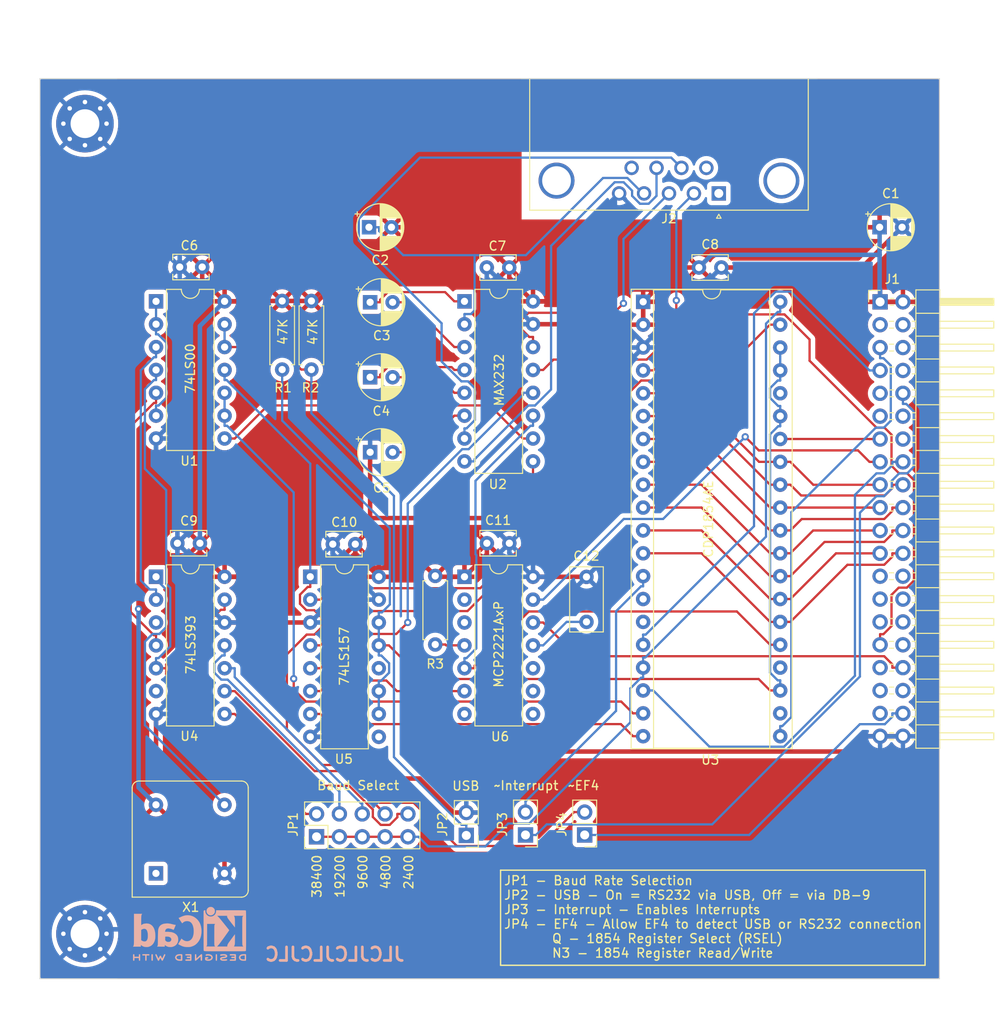
<source format=kicad_pcb>
(kicad_pcb (version 20221018) (generator pcbnew)
  (layers (0 "F.Cu" signal) (31 "B.Cu" signal) (34 "B.Paste" user) (35 "F.Paste" user) (36 "B.SilkS" user "B.Silkscreen") (37 "F.SilkS" user "F.Silkscreen") (38 "B.Mask" user) (39 "F.Mask" user) (44 "Edge.Cuts" user))
  (net 0 "")
  (net 1 "Net-(U2-C1+)")
  (net 2 "GND")
  (net 3 "VCC")
  (net 4 "~{EF4}")
  (net 5 "Net-(U2-C1-)")
  (net 6 "Net-(U2-C2+)")
  (net 7 "Net-(U2-C2-)")
  (net 8 "Net-(U2-VS-)")
  (net 9 "Net-(U6-VUSB)")
  (net 11 "D0")
  (net 12 "D1")
  (net 13 "D2")
  (net 14 "D3")
  (net 15 "D4")
  (net 16 "D5")
  (net 17 "D6")
  (net 18 "D7")
  (net 19 "TPB")
  (net 21 "~{MRD}")
  (net 24 "~{INTERRUPT}")
  (net 27 "Q")
  (net 29 "~{CLEAR}")
  (net 33 "~{N3}")
  (net 37 "/19200")
  (net 38 "Net-(U1-Pad1)")
  (net 48 "Net-(JP1-Pin_2)")
  (net 49 "Net-(JP1-Pin_4)")
  (net 50 "Net-(JP1-Pin_6)")
  (net 51 "Net-(JP1-Pin_8)")
  (net 52 "USB_D-")
  (net 53 "USB_D+")
  (net 54 "Net-(JP1-Pin_10)")
  (net 55 "Net-(U3-~{INT})")
  (net 56 "Net-(U5-S)")
  (net 57 "Net-(U6-~{RST})")
  (net 58 "/CTS")
  (net 59 "/RTS")
  (net 60 "/TX")
  (net 61 "/RX")
  (net 62 "High")
  (net 63 "Net-(U4A-MR)")
  (net 64 "Net-(U4A-Q1)")
  (net 65 "Net-(U2-T2IN)")
  (net 66 "Net-(U3-~{DA})")
  (net 67 "Net-(U2-R2OUT)")
  (net 68 "/DTR")
  (net 69 "Net-(U2-T1IN)")
  (net 70 "Net-(U2-R1OUT)")
  (net 73 "Net-(U3-SDI)")
  (net 77 "Net-(JP2-Pad1)")
  (net 78 "Net-(U3-~{CTS})")
  (net 79 "Net-(U4A-CP)")
  (net 82 "Net-(U5-I1b)")
  (footprint "Connector_PinHeader_2.54mm:PinHeader_2x20_P2.54mm_Horizontal" (layer "F.Cu") (at 193.4 74.797)
    (fp_text reference "J1")
    (fp_text value "Conn_02x20_Odd_Even")
  )
  (footprint "MountingHole:MountingHole_3.2mm_M3_Pad_Via" (layer "F.Cu") (at 105 55)
    (fp_text reference "H1" hide)
    (fp_text value "Mounting Hole" hide)
  )
  (footprint "MountingHole:MountingHole_3.2mm_M3_Pad_Via" (layer "F.Cu") (at 105 145)
    (fp_text reference "H2" hide)
    (fp_text value "Mounting Hole" hide)
  )
  (footprint "Capacitor_THT:CP_Radial_D5.0mm_P2.50mm" (layer "F.Cu") (at 193.345 66.51)
    (fp_text reference "C1")
    (fp_text value "10uF")
  )
  (footprint "Package_DIP:DIP-40_W15.24mm_Socket" (layer "F.Cu") (at 167.056 74.7904)
    (fp_text reference "U3")
    (fp_text value "CDP1854AE")
  )
  (footprint "Package_DIP:DIP-14_W7.62mm" (layer "F.Cu") (at 112.903 74.7404)
    (fp_text reference "U1")
    (fp_text value "74LS00")
  )
  (footprint "Package_DIP:DIP-14_W7.62mm" (layer "F.Cu") (at 112.903 105.34)
    (fp_text reference "U4")
    (fp_text value "74LS393")
  )
  (footprint "Capacitor_THT:CP_Radial_D5.0mm_P2.50mm" (layer "F.Cu") (at 136.703 74.8412)
    (fp_text reference "C3")
    (fp_text value "1uF")
  )
  (footprint "Capacitor_THT:CP_Radial_D5.0mm_P2.50mm" (layer "F.Cu") (at 136.703 83.1724)
    (fp_text reference "C4")
    (fp_text value "1uF")
  )
  (footprint "Capacitor_THT:CP_Radial_D5.0mm_P2.50mm" (layer "F.Cu") (at 136.703 91.5036)
    (fp_text reference "C5")
    (fp_text value "1uF")
  )
  (footprint "Package_DIP:DIP-16_W7.62mm" (layer "F.Cu") (at 147.193 74.7404)
    (fp_text reference "U2")
    (fp_text value "MAX232")
  )
  (footprint "Resistor_THT:R_Axial_DIN0207_L6.3mm_D2.5mm_P7.62mm_Horizontal" (layer "F.Cu") (at 126.924 74.6976 -90)
    (fp_text reference "R1")
    (fp_text value "47K")
  )
  (footprint "Capacitor_THT:C_Disc_D3.8mm_W2.6mm_P2.50mm" (layer "F.Cu") (at 118.034 70.9296 180)
    (fp_text reference "C6")
    (fp_text value "100nF")
  )
  (footprint "Capacitor_THT:C_Disc_D3.8mm_W2.6mm_P2.50mm" (layer "F.Cu") (at 152.172 70.9804 180)
    (fp_text reference "C7")
    (fp_text value "100nF")
  )
  (footprint "Capacitor_THT:C_Disc_D3.8mm_W2.6mm_P2.50mm" (layer "F.Cu") (at 173.254 70.9804)
    (fp_text reference "C8")
    (fp_text value "100nF")
  )
  (footprint "Capacitor_THT:C_Disc_D3.8mm_W2.6mm_P2.50mm" (layer "F.Cu") (at 117.78 101.613 180)
    (fp_text reference "C9")
    (fp_text value "100nF")
  )
  (footprint "Oscillator:Oscillator_DIP-8" (layer "F.Cu") (at 112.893 138.29)
    (fp_text reference "X1")
    (fp_text value "CXO_DIP8")
  )
  (footprint "Capacitor_THT:C_Disc_D3.8mm_W2.6mm_P2.50mm" (layer "F.Cu") (at 135.052 101.714 180)
    (fp_text reference "C10")
    (fp_text value "100nF")
  )
  (footprint "Capacitor_THT:C_Disc_D3.8mm_W2.6mm_P2.50mm" (layer "F.Cu") (at 149.682 101.613)
    (fp_text reference "C11")
    (fp_text value "100nF")
  )
  (footprint "Capacitor_THT:C_Rect_L7.0mm_W3.5mm_P5.00mm" (layer "F.Cu") (at 160.757 110.35 90)
    (fp_text reference "C12")
    (fp_text value "330nf")
  )
  (footprint "Package_DIP:DIP-16_W7.62mm" (layer "F.Cu") (at 130.048 105.34)
    (fp_text reference "U5")
    (fp_text value "74LS157")
  )
  (footprint "Connector_PinHeader_2.54mm:PinHeader_2x05_P2.54mm_Vertical" (layer "F.Cu") (at 130.748 134.226 90)
    (fp_text reference "JP1")
    (fp_text value "Baud Select")
  )
  (footprint "Connector_Dsub:DSUB-9_Male_Horizontal_P2.77x2.84mm_EdgePinOffset9.90mm_Housed_MountingHolesOffset11.32mm" (layer "F.Cu") (at 175.469 62.7508 180)
    (fp_text reference "J2")
    (fp_text value "DB9_ Male")
  )
  (footprint "Package_DIP:DIP-14_W7.62mm" (layer "F.Cu") (at 147.193 105.34)
    (fp_text reference "U6")
    (fp_text value "MCP2221AxP")
  )
  (footprint "Resistor_THT:R_Axial_DIN0207_L6.3mm_D2.5mm_P7.62mm_Horizontal" (layer "F.Cu") (at 130.175 74.6976 -90)
    (fp_text reference "R2")
    (fp_text value "47K")
  )
  (footprint "Capacitor_THT:CP_Radial_D5.0mm_P2.50mm" (layer "F.Cu") (at 136.576 66.51)
    (fp_text reference "C2")
    (fp_text value "1uF")
  )
  (footprint "Connector_PinHeader_2.54mm:PinHeader_1x02_P2.54mm_Vertical" (layer "F.Cu") (at 147.396 134.074 180)
    (fp_text reference "JP2")
    (fp_text value "USB")
  )
  (footprint "Connector_PinHeader_2.54mm:PinHeader_1x02_P2.54mm_Vertical" (layer "F.Cu") (at 153.977 134.023 180)
    (fp_text reference "JP3")
    (fp_text value "~Interrupt")
  )
  (footprint "Connector_PinHeader_2.54mm:PinHeader_1x02_P2.54mm_Vertical" (layer "F.Cu") (at 160.557 134.023 180)
    (fp_text reference "JP4")
    (fp_text value "~EF4")
  )
  (footprint "Resistor_THT:R_Axial_DIN0207_L6.3mm_D2.5mm_P7.62mm_Horizontal" (layer "F.Cu") (at 143.942 105.245 -90)
    (fp_text reference "R3")
    (fp_text value "10K")
  )
  (footprint "Symbol:KiCad-Logo2_5mm_SilkScreen" (layer "B.Cu") (at 116.637 144.996 180)
    (fp_text reference "REF**" hide)
    (fp_text value "KiCad-Logo2_5mm_SilkScreen" hide)
  )
  (gr_line (start 198.3996 148.5012) (end 198.3996 137.9348) (stroke (width 0.15)) (layer "F.SilkS"))
  (gr_line (start 198.3996 137.9348) (end 151.2064 137.9348) (stroke (width 0.15)) (layer "F.SilkS"))
  (gr_line (start 151.2064 148.5012) (end 198.3996 148.5012) (stroke (width 0.15)) (layer "F.SilkS"))
  (gr_line (start 151.2064 137.9348) (end 151.2064 148.5012) (stroke (width 0.15)) (layer "F.SilkS"))
  (gr_line (start 200 150) (end 100 150) (stroke (width 0.1)) (layer "Edge.Cuts"))
  (gr_line (start 100 150) (end 100 50) (stroke (width 0.1)) (layer "Edge.Cuts"))
  (gr_line (start 200 50) (end 200 150) (stroke (width 0.1)) (layer "Edge.Cuts"))
  (gr_line (start 100 50) (end 200 50) (stroke (width 0.1)) (layer "Edge.Cuts"))
  (gr_text "JLCJLCJLCJLC" (at 132.766 147.282) (layer "B.SilkS") (effects (font (size 1.5 1.5) (thickness 0.3)) (justify mirror)))
  (gr_text "JP1 - Baud Rate Selection\nJP2 - USB - On = RS232 via USB, Off = via DB-9\nJP3 - Interrupt - Enables Interrupts\nJP4 - EF4 - Allow EF4 to detect USB or RS232 connection\n       Q - 1854 Register Select (RSEL)\n       N3 - 1854 Register Read/Write" (at 151.5112 143.1164) (layer "F.SilkS") (effects (font (size 1 1)) (justify left)))
  (gr_text "38400" (at 130.7848 138.614191 90) (layer "F.SilkS") (effects (font (size 1 1))))
  (gr_text "19200" (at 133.3375 138.614191 90) (layer "F.SilkS") (effects (font (size 1 1))))
  (gr_text "9600" (at 135.8902 138.138 90) (layer "F.SilkS") (effects (font (size 1 1))))
  (gr_text "4800" (at 138.4429 138.138 90) (layer "F.SilkS") (effects (font (size 1 1))))
  (gr_text "2400" (at 140.9956 138.138 90) (layer "F.SilkS") (effects (font (size 1 1))))
  (segment (start 145.04 73.7143) (end 138.675 73.7143) (width 0.25) (layer "F.Cu") (net 1))
  (segment (start 137.8299 74.5594) (end 137.8299 74.8412) (width 0.25) (layer "F.Cu") (net 1))
  (segment (start 147.193 74.7404) (end 146.0661 74.7404) (width 0.25) (layer "F.Cu") (net 1))
  (segment (start 136.703 74.8412) (end 137.8299 74.8412) (width 0.25) (layer "F.Cu") (net 1))
  (segment (start 146.0661 74.7404) (end 145.04 73.7143) (width 0.25) (layer "F.Cu") (net 1))
  (segment (start 138.675 73.7143) (end 137.8299 74.5594) (width 0.25) (layer "F.Cu") (net 1))
  (segment (start 145.9941 131.534) (end 142.2155 127.7554) (width 0.5) (layer "F.Cu") (net 2))
  (segment (start 160.747 105.34) (end 160.757 105.35) (width 0.5) (layer "F.Cu") (net 2))
  (segment (start 112.903 120.58) (end 112.903 128.2204) (width 0.5) (layer "F.Cu") (net 2))
  (segment (start 163.1141 77.2804) (end 154.813 77.2804) (width 0.5) (layer "F.Cu") (net 2))
  (segment (start 130.048 110.42) (end 120.523 110.42) (width 0.5) (layer "F.Cu") (net 2))
  (segment (start 136.3584 127.7554) (end 131.723 123.12) (width 0.5) (layer "F.Cu") (net 2))
  (segment (start 190.3016 124.7535) (end 191.9981 123.057) (width 0.5) (layer "F.Cu") (net 2))
  (segment (start 193.4 123.057) (end 191.9981 123.057) (width 0.5) (layer "F.Cu") (net 2))
  (segment (start 130.048 123.12) (end 131.3999 123.12) (width 0.5) (layer "F.Cu") (net 2))
  (segment (start 191.3746 70.9804) (end 195.845 66.51) (width 0.5) (layer "F.Cu") (net 2))
  (segment (start 136.703 98.8212) (end 135.4448 98.8212) (width 0.5) (layer "F.Cu") (net 2))
  (segment (start 152.182 101.613) (end 149.3902 98.8212) (width 0.5) (layer "F.Cu") (net 2))
  (segment (start 149.3902 98.8212) (end 136.703 98.8212) (width 0.5) (layer "F.Cu") (net 2))
  (segment (start 112.903 128.2204) (end 120.513 135.8304) (width 0.5) (layer "F.Cu") (net 2))
  (segment (start 136.703 91.5036) (end 136.703 92.8555) (width 0.5) (layer "F.Cu") (net 2))
  (segment (start 135.4448 98.8212) (end 132.552 101.714) (width 0.5) (layer "F.Cu") (net 2))
  (segment (start 195.94 123.057) (end 193.4 123.057) (width 0.5) (layer "F.Cu") (net 2))
  (segment (start 147.396 131.534) (end 145.9941 131.534) (width 0.5) (layer "F.Cu") (net 2))
  (segment (start 142.2155 127.7554) (end 136.3584 127.7554) (width 0.5) (layer "F.Cu") (net 2))
  (segment (start 167.056 79.8704) (end 165.7041 79.8704) (width 0.5) (layer "F.Cu") (net 2))
  (segment (start 147.396 131.534) (end 148.7979 131.534) (width 0.5) (layer "F.Cu") (net 2))
  (segment (start 165.7041 79.8704) (end 163.1141 77.2804) (width 0.5) (layer "F.Cu") (net 2))
  (segment (start 154.813 105.34) (end 160.747 105.34) (width 0.5) (layer "F.Cu") (net 2))
  (segment (start 131.723 123.12) (end 131.3999 123.12) (width 0.5) (layer "F.Cu") (net 2))
  (segment (start 155.5784 124.7535) (end 190.3016 124.7535) (width 0.5) (layer "F.Cu") (net 2))
  (segment (start 175.754 70.9804) (end 191.3746 70.9804) (width 0.5) (layer "F.Cu") (net 2))
  (segment (start 136.703 98.8212) (end 136.703 92.8555) (width 0.5) (layer "F.Cu") (net 2))
  (segment (start 148.7979 131.534) (end 155.5784 124.7535) (width 0.5) (layer "F.Cu") (net 2))
  (segment (start 120.513 135.8304) (end 120.513 138.29) (width 0.5) (layer "F.Cu") (net 2))
  (segment (start 107.4 145) (end 107.4 145.9942) (width 0.5) (layer "B.Cu") (net 2))
  (segment (start 152.182 101.613) (end 152.182 102.709) (width 0.5) (layer "B.Cu") (net 2))
  (segment (start 106.6971 56.6971) (end 105.3514 56.6971) (width 0.5) (layer "B.Cu") (net 2))
  (segment (start 103.6543 57.0485) (end 103.3029 56.6971) (width 0.5) (layer "B.Cu") (net 2))
  (segment (start 107.4 55) (end 106.6971 54.2971) (width 0.5) (layer "B.Cu") (net 2))
  (segment (start 115.534 70.9296) (end 115.534 65.534) (width 0.5) (layer "B.Cu") (net 2))
  (segment (start 152.182 101.613) (end 164.8779 88.9171) (width 0.5) (layer "B.Cu") (net 2))
  (segment (start 115.28 105.177) (end 115.28 118.203) (width 0.5) (layer "B.Cu") (net 2))
  (segment (start 102.6 145) (end 102.6 144.0058) (width 0.5) (layer "B.Cu") (net 2))
  (segment (start 102.6 144.0058) (end 103.3029 143.3029) (width 0.5) (layer "B.Cu") (net 2))
  (segment (start 103.3029 53.3029) (end 104.2971 53.3029) (width 0.5) (layer "B.Cu") (net 2))
  (segment (start 167.056 79.6784) (end 167.056 79.8704) (width 0.5) (layer "B.Cu") (net 2))
  (segment (start 132.552 101.714) (end 132.552 102.239) (width 0.5) (layer "B.Cu") (net 2))
  (segment (start 132.552 102.764) (end 132.552 107.916) (width 0.5) (layer "B.Cu") (net 2))
  (segment (start 132.552 102.239) (end 132.552 102.764) (width 0.5) (layer "B.Cu") (net 2))
  (segment (start 132.552 102.764) (end 132.552 107.916) (width 0.5) (layer "B.Cu") (net 2))
  (segment (start 132.552 102.239) (end 132.552 102.764) (width 0.5) (layer "B.Cu") (net 2))
  (segment (start 105.3514 145.3514) (end 105 145) (width 0.5) (layer "B.Cu") (net 2))
  (segment (start 103.6543 147.0485) (end 103.3029 146.6971) (width 0.5) (layer "B.Cu") (net 2))
  (segment (start 167.177 79.4593) (end 167.2751 79.4593) (width 0.5) (layer "B.Cu") (net 2))
  (segment (start 115.534 65.534) (end 106.6971 56.6971) (width 0.5) (layer "B.Cu") (net 2))
  (segment (start 175.754 70.9804) (end 167.2751 79.4593) (width 0.5) (layer "B.Cu") (net 2))
  (segment (start 107.8971 144.5029) (end 114.3001 144.5029) (width 0.5) (layer "B.Cu") (net 2))
  (segment (start 105.3514 146.6971) (end 105 147.0485) (width 0.5) (layer "B.Cu") (net 2))
  (segment (start 112.903 89.9804) (end 112.903 91.3323) (width 0.5) (layer "B.Cu") (net 2))
  (segment (start 149.672 70.9804) (end 149.672 72.1394) (width 0.5) (layer "B.Cu") (net 2))
  (segment (start 105.3514 55.3514) (end 105 55) (width 0.5) (layer "B.Cu") (net 2))
  (segment (start 167.2751 79.4593) (end 167.056 79.6784) (width 0.5) (layer "B.Cu") (net 2))
  (segment (start 107.4 145) (end 107.8971 144.5029) (width 0.5) (layer "B.Cu") (net 2))
  (segment (start 105.3514 56.6971) (end 105 57.0485) (width 0.5) (layer "B.Cu") (net 2))
  (segment (start 102.6 55.9942) (end 102.6 55) (width 0.5) (layer "B.Cu") (net 2))
  (segment (start 106.6971 146.6971) (end 105.3514 146.6971) (width 0.5) (layer "B.Cu") (net 2))
  (segment (start 103.3029 146.6971) (end 103.3029 145.7029) (width 0.5) (layer "B.Cu") (net 2))
  (segment (start 163.9192 63.2206) (end 163.9192 76.2015) (width 0.5) (layer "B.Cu") (net 2))
  (segment (start 115.28 118.203) (end 112.903 120.58) (width 0.5) (layer "B.Cu") (net 2))
  (segment (start 132.552 120.616) (end 130.048 123.12) (width 0.5) (layer "B.Cu") (net 2))
  (segment (start 115.28 102.1912) (end 115.28 105.177) (width 0.5) (layer "B.Cu") (net 2))
  (segment (start 164.389 62.7508) (end 163.9192 63.2206) (width 0.5) (layer "B.Cu") (net 2))
  (segment (start 103.3029 143.3029) (end 104.2971 143.3029) (width 0.5) (layer "B.Cu") (net 2))
  (segment (start 132.552 101.714) (end 132.552 102.239) (width 0.5) (layer "B.Cu") (net 2))
  (segment (start 103.3029 145.7029) (end 102.6 145) (width 0.5) (layer "B.Cu") (net 2))
  (segment (start 104.2971 53.3029) (end 105 52.6) (width 0.5) (layer "B.Cu") (net 2))
  (segment (start 149.672 72.1394) (end 154.813 77.2804) (width 0.5) (layer "B.Cu") (net 2))
  (segment (start 115.28 93.7093) (end 112.903 91.3323) (width 0.5) (layer "B.Cu") (net 2))
  (segment (start 104.2971 143.3029) (end 105 142.6) (width 0.5) (layer "B.Cu") (net 2))
  (segment (start 164.8779 88.9171) (end 164.8779 82.0485) (width 0.5) (layer "B.Cu") (net 2))
  (segment (start 114.3001 144.5029) (end 120.513 138.29) (width 0.5) (layer "B.Cu") (net 2))
  (segment (start 115.28 101.613) (end 115.28 102.1912) (width 0.5) (layer "B.Cu") (net 2))
  (segment (start 106.6971 55.7029) (end 106.6971 56.6971) (width 0.5) (layer "B.Cu") (net 2))
  (segment (start 115.534 70.9296) (end 115.534 87.3494) (width 0.5) (layer "B.Cu") (net 2))
  (segment (start 106.6971 54.2971) (end 106.6971 53.3029) (width 0.5) (layer "B.Cu") (net 2))
  (segment (start 103.3029 56.6971) (end 102.6 55.9942) (width 0.5) (layer "B.Cu") (net 2))
  (segment (start 163.9192 76.2015) (end 167.177 79.4593) (width 0.5) (layer "B.Cu") (net 2))
  (segment (start 115.534 87.3494) (end 112.903 89.9804) (width 0.5) (layer "B.Cu") (net 2))
  (segment (start 132.552 107.916) (end 132.552 120.616) (width 0.5) (layer "B.Cu") (net 2))
  (segment (start 106.6971 53.3029) (end 105.7029 53.3029) (width 0.5) (layer "B.Cu") (net 2))
  (segment (start 105.3514 146.6971) (end 105.3514 145.3514) (width 0.5) (layer "B.Cu") (net 2))
  (segment (start 105 57.0485) (end 103.6543 57.0485) (width 0.5) (layer "B.Cu") (net 2))
  (segment (start 132.552 102.764) (end 137.668 107.88) (width 0.5) (layer "B.Cu") (net 2))
  (segment (start 105 57.4) (end 105 57.0485) (width 0.5) (layer "B.Cu") (net 2))
  (segment (start 152.182 102.709) (end 154.813 105.34) (width 0.5) (layer "B.Cu") (net 2))
  (segment (start 107.4 55) (end 106.6971 55.7029) (width 0.5) (layer "B.Cu") (net 2))
  (segment (start 105.3514 56.6971) (end 105.3514 55.3514) (width 0.5) (layer "B.Cu") (net 2))
  (segment (start 132.552 107.916) (end 130.048 110.42) (width 0.5) (layer "B.Cu") (net 2))
  (segment (start 115.28 101.613) (end 115.28 102.1912) (width 0.5) (layer "B.Cu") (net 2))
  (segment (start 115.28 105.177) (end 120.523 110.42) (width 0.5) (layer "B.Cu") (net 2))
  (segment (start 115.28 102.1912) (end 115.28 105.177) (width 0.5) (layer "B.Cu") (net 2))
  (segment (start 132.552 102.239) (end 132.552 102.764) (width 0.5) (layer "B.Cu") (net 2))
  (segment (start 105.7029 53.3029) (end 105 52.6) (width 0.5) (layer "B.Cu") (net 2))
  (segment (start 164.8779 82.0485) (end 167.056 79.8704) (width 0.5) (layer "B.Cu") (net 2))
  (segment (start 132.552 101.714) (end 132.552 102.239) (width 0.5) (layer "B.Cu") (net 2))
  (segment (start 107.8971 144.5029) (end 106.6971 143.3029) (width 0.5) (layer "B.Cu") (net 2))
  (segment (start 107.4 145.9942) (end 106.6971 146.6971) (width 0.5) (layer "B.Cu") (net 2))
  (segment (start 105 147.0485) (end 103.6543 147.0485) (width 0.5) (layer "B.Cu") (net 2))
  (segment (start 105 147.0485) (end 105 147.4) (width 0.5) (layer "B.Cu") (net 2))
  (segment (start 115.28 101.613) (end 115.28 93.7093) (width 0.5) (layer "B.Cu") (net 2))
  (segment (start 135.052 102.724) (end 136.687 104.359) (width 0.5) (layer "F.Cu") (net 3))
  (segment (start 118.034 70.9296) (end 118.034 72.2514) (width 0.5) (layer "F.Cu") (net 3))
  (segment (start 133.9218 103.8542) (end 123.3607 103.8542) (width 0.5) (layer "F.Cu") (net 3))
  (segment (start 130.175 74.6976) (end 126.924 74.6976) (width 0.5) (layer "F.Cu") (net 3))
  (segment (start 117.4121 102.9649) (end 112.8975 102.9649) (width 0.5) (layer "F.Cu") (net 3))
  (segment (start 147.193 105.34) (end 144.037 105.34) (width 0.5) (layer "F.Cu") (net 3))
  (segment (start 167.8863 73.5581) (end 167.8863 73.558) (width 0.5) (layer "F.Cu") (net 3))
  (segment (start 167.8863 73.558) (end 167.7538 73.4255) (width 0.5) (layer "F.Cu") (net 3))
  (segment (start 120.523 74.7404) (end 121.8749 74.7404) (width 0.5) (layer "F.Cu") (net 3))
  (segment (start 110.9611 104.9013) (end 110.9611 108.9131) (width 0.5) (layer "F.Cu") (net 3))
  (segment (start 173.254 70.9804) (end 170.866 70.9804) (width 0.5) (layer "F.Cu") (net 3))
  (segment (start 154.813 74.7404) (end 156.1649 74.7404) (width 0.5) (layer "F.Cu") (net 3))
  (segment (start 143.056 104.359) (end 143.942 105.245) (width 0.5) (layer "F.Cu") (net 3))
  (segment (start 149.682 102.851) (end 147.193 105.34) (width 0.5) (layer "F.Cu") (net 3))
  (segment (start 152.172 70.9804) (end 147.7016 66.51) (width 0.5) (layer "F.Cu") (net 3))
  (segment (start 152.172 70.9804) (end 152.172 72.0994) (width 0.5) (layer "F.Cu") (net 3))
  (segment (start 168.2883 73.5581) (end 167.056 74.7904) (width 0.5) (layer "F.Cu") (net 3))
  (segment (start 120.523 105.34) (end 121.8749 105.34) (width 0.5) (layer "F.Cu") (net 3))
  (segment (start 157.4798 73.4255) (end 156.1649 74.7404) (width 0.5) (layer "F.Cu") (net 3))
  (segment (start 118.034 72.2514) (end 120.523 74.7404) (width 0.5) (layer "F.Cu") (net 3))
  (segment (start 136.687 104.359) (end 143.056 104.359) (width 0.5) (layer "F.Cu") (net 3))
  (segment (start 117.78 101.613) (end 117.78 102.597) (width 0.5) (layer "F.Cu") (net 3))
  (segment (start 130.8884 74.6976) (end 139.076 66.51) (width 0.5) (layer "F.Cu") (net 3))
  (segment (start 167.056 77.3304) (end 167.056 74.7904) (width 0.5) (layer "F.Cu") (net 3))
  (segment (start 149.682 101.613) (end 149.682 102.851) (width 0.5) (layer "F.Cu") (net 3))
  (segment (start 126.924 74.6976) (end 121.9177 74.6976) (width 0.5) (layer "F.Cu") (net 3))
  (segment (start 117.78 102.597) (end 120.523 105.34) (width 0.5) (layer "F.Cu") (net 3))
  (segment (start 121.9177 74.6976) (end 121.8749 74.7404) (width 0.5) (layer "F.Cu") (net 3))
  (segment (start 168.2883 73.5581) (end 167.8863 73.5581) (width 0.5) (layer "F.Cu") (net 3))
  (segment (start 170.866 70.9804) (end 168.2883 73.5581) (width 0.5) (layer "F.Cu") (net 3))
  (segment (start 123.3607 103.8542) (end 121.8749 105.34) (width 0.5) (layer "F.Cu") (net 3))
  (segment (start 144.037 105.34) (end 143.942 105.245) (width 0.5) (layer "F.Cu") (net 3))
  (segment (start 112.8975 102.9649) (end 110.9611 104.9013) (width 0.5) (layer "F.Cu") (net 3))
  (segment (start 195.94 74.797) (end 193.4 74.797) (width 0.5) (layer "F.Cu") (net 3))
  (segment (start 136.687 104.359) (end 137.668 105.34) (width 0.5) (layer "F.Cu") (net 3))
  (segment (start 130.175 74.6976) (end 130.8884 74.6976) (width 0.5) (layer "F.Cu") (net 3))
  (segment (start 167.7538 73.4255) (end 157.4798 73.4255) (width 0.5) (layer "F.Cu") (net 3))
  (segment (start 135.052 101.714) (end 135.052 102.724) (width 0.5) (layer "F.Cu") (net 3))
  (segment (start 147.7016 66.51) (end 139.076 66.51) (width 0.5) (layer "F.Cu") (net 3))
  (segment (start 135.052 102.724) (end 133.9218 103.8542) (width 0.5) (layer "F.Cu") (net 3))
  (segment (start 152.172 72.0994) (end 154.813 74.7404) (width 0.5) (layer "F.Cu") (net 3))
  (segment (start 117.78 102.597) (end 117.4121 102.9649) (width 0.5) (layer "F.Cu") (net 3))
  (via (at 110.9611 108.9131) (size 0.8) (drill 0.4) (layers "F.Cu" "B.Cu") (net 3))
  (segment (start 193.4 73.3951) (end 193.345 73.3401) (width 0.5) (layer "B.Cu") (net 3))
  (segment (start 193.345 73.3401) (end 193.345 69.5714) (width 0.5) (layer "B.Cu") (net 3))
  (segment (start 193.345 69.5714) (end 193.345 66.51) (width 0.5) (layer "B.Cu") (net 3))
  (segment (start 174.663 69.5714) (end 193.345 69.5714) (width 0.5) (layer "B.Cu") (net 3))
  (segment (start 193.4 74.797) (end 193.4 73.3951) (width 0.5) (layer "B.Cu") (net 3))
  (segment (start 117.78 77.4834) (end 120.523 74.7404) (width 0.5) (layer "B.Cu") (net 3))
  (segment (start 110.9611 128.7381) (end 112.893 130.67) (width 0.5) (layer "B.Cu") (net 3))
  (segment (start 173.254 70.9804) (end 174.663 69.5714) (width 0.5) (layer "B.Cu") (net 3))
  (segment (start 110.9611 108.9131) (end 110.9611 128.7381) (width 0.5) (layer "B.Cu") (net 3))
  (segment (start 117.78 101.613) (end 117.78 77.4834) (width 0.5) (layer "B.Cu") (net 3))
  (segment (start 191.1496 121.7163) (end 193.9296 121.7163) (width 0.25) (layer "B.Cu") (net 4))
  (segment (start 194.7631 120.8828) (end 194.7631 120.517) (width 0.25) (layer "B.Cu") (net 4))
  (segment (start 193.9296 121.7163) (end 194.7631 120.8828) (width 0.25) (layer "B.Cu") (net 4))
  (segment (start 195.94 120.517) (end 194.7631 120.517) (width 0.25) (layer "B.Cu") (net 4))
  (segment (start 160.557 134.023) (end 178.8429 134.023) (width 0.25) (layer "B.Cu") (net 4))
  (segment (start 178.8429 134.023) (end 191.1496 121.7163) (width 0.25) (layer "B.Cu") (net 4))
  (segment (start 146.0661 79.8204) (end 141.0869 74.8412) (width 0.25) (layer "F.Cu") (net 5))
  (segment (start 147.193 79.8204) (end 146.0661 79.8204) (width 0.25) (layer "F.Cu") (net 5))
  (segment (start 141.0869 74.8412) (end 139.203 74.8412) (width 0.25) (layer "F.Cu") (net 5))
  (segment (start 136.703 83.1724) (end 137.8299 83.1724) (width 0.25) (layer "F.Cu") (net 6))
  (segment (start 138.675 82.0455) (end 137.8299 82.8906) (width 0.25) (layer "F.Cu") (net 6))
  (segment (start 145.7512 82.0455) (end 138.675 82.0455) (width 0.25) (layer "F.Cu") (net 6))
  (segment (start 146.0661 82.3604) (end 145.7512 82.0455) (width 0.25) (layer "F.Cu") (net 6))
  (segment (start 147.193 82.3604) (end 146.0661 82.3604) (width 0.25) (layer "F.Cu") (net 6))
  (segment (start 137.8299 82.8906) (end 137.8299 83.1724) (width 0.25) (layer "F.Cu") (net 6))
  (segment (start 147.193 84.9004) (end 146.0661 84.9004) (width 0.25) (layer "F.Cu") (net 7))
  (segment (start 146.0661 84.9004) (end 144.3381 83.1724) (width 0.25) (layer "F.Cu") (net 7))
  (segment (start 144.3381 83.1724) (end 139.203 83.1724) (width 0.25) (layer "F.Cu") (net 7))
  (segment (start 147.193 87.4404) (end 146.0661 87.4404) (width 0.25) (layer "F.Cu") (net 8))
  (segment (start 146.0661 87.4404) (end 142.0029 91.5036) (width 0.25) (layer "F.Cu") (net 8))
  (segment (start 142.0029 91.5036) (end 139.203 91.5036) (width 0.25) (layer "F.Cu") (net 8))
  (segment (start 158.5499 110.35) (end 155.9399 112.96) (width 0.25) (layer "B.Cu") (net 9))
  (segment (start 160.757 110.35) (end 158.5499 110.35) (width 0.25) (layer "B.Cu") (net 9))
  (segment (start 154.813 112.96) (end 155.9399 112.96) (width 0.25) (layer "B.Cu") (net 9))
  (segment (start 182.296 110.3504) (end 183.4229 110.3504) (width 0.25) (layer "F.Cu") (net 11))
  (segment (start 173.5491 102.7304) (end 167.056 102.7304) (width 0.25) (layer "F.Cu") (net 11))
  (segment (start 194.7631 103.1028) (end 194.7631 102.737) (width 0.25) (layer "F.Cu") (net 11))
  (segment (start 182.296 110.3504) (end 181.1691 110.3504) (width 0.25) (layer "F.Cu") (net 11))
  (segment (start 193.8589 104.007) (end 194.7631 103.1028) (width 0.25) (layer "F.Cu") (net 11))
  (segment (start 183.4229 110.3504) (end 189.7663 104.007) (width 0.25) (layer "F.Cu") (net 11))
  (segment (start 195.94 102.737) (end 194.7631 102.737) (width 0.25) (layer "F.Cu") (net 11))
  (segment (start 189.7663 104.007) (end 193.8589 104.007) (width 0.25) (layer "F.Cu") (net 11))
  (segment (start 181.1691 110.3504) (end 173.5491 102.7304) (width 0.25) (layer "F.Cu") (net 11))
  (segment (start 183.4229 107.8104) (end 188.4963 102.737) (width 0.25) (layer "F.Cu") (net 12))
  (segment (start 167.056 100.1904) (end 173.5491 100.1904) (width 0.25) (layer "F.Cu") (net 12))
  (segment (start 173.5491 100.1904) (end 181.1691 107.8104) (width 0.25) (layer "F.Cu") (net 12))
  (segment (start 181.7486 107.8104) (end 181.1691 107.8104) (width 0.25) (layer "F.Cu") (net 12))
  (segment (start 182.296 107.8104) (end 183.4229 107.8104) (width 0.25) (layer "F.Cu") (net 12))
  (segment (start 188.4963 102.737) (end 193.4 102.737) (width 0.25) (layer "F.Cu") (net 12))
  (segment (start 181.7486 107.8104) (end 182.296 107.8104) (width 0.25) (layer "F.Cu") (net 12))
  (segment (start 182.296 105.2704) (end 183.4229 105.2704) (width 0.25) (layer "F.Cu") (net 13))
  (segment (start 187.2263 101.467) (end 193.8589 101.467) (width 0.25) (layer "F.Cu") (net 13))
  (segment (start 194.7631 100.5628) (end 194.7631 100.197) (width 0.25) (layer "F.Cu") (net 13))
  (segment (start 173.5491 97.6504) (end 181.1691 105.2704) (width 0.25) (layer "F.Cu") (net 13))
  (segment (start 195.94 100.197) (end 194.7631 100.197) (width 0.25) (layer "F.Cu") (net 13))
  (segment (start 167.056 97.6504) (end 173.5491 97.6504) (width 0.25) (layer "F.Cu") (net 13))
  (segment (start 193.8589 101.467) (end 194.7631 100.5628) (width 0.25) (layer "F.Cu") (net 13))
  (segment (start 183.4229 105.2704) (end 187.2263 101.467) (width 0.25) (layer "F.Cu") (net 13))
  (segment (start 182.296 105.2704) (end 181.1691 105.2704) (width 0.25) (layer "F.Cu") (net 13))
  (segment (start 185.9563 100.197) (end 193.4 100.197) (width 0.25) (layer "F.Cu") (net 14))
  (segment (start 167.056 95.1104) (end 173.5491 95.1104) (width 0.25) (layer "F.Cu") (net 14))
  (segment (start 183.4229 102.7304) (end 185.9563 100.197) (width 0.25) (layer "F.Cu") (net 14))
  (segment (start 173.5491 95.1104) (end 181.1691 102.7304) (width 0.25) (layer "F.Cu") (net 14))
  (segment (start 182.296 102.7304) (end 183.4229 102.7304) (width 0.25) (layer "F.Cu") (net 14))
  (segment (start 182.296 102.7304) (end 181.1691 102.7304) (width 0.25) (layer "F.Cu") (net 14))
  (segment (start 182.296 100.1904) (end 183.4229 100.1904) (width 0.25) (layer "F.Cu") (net 15))
  (segment (start 173.5491 92.5704) (end 181.1691 100.1904) (width 0.25) (layer "F.Cu") (net 15))
  (segment (start 183.4229 100.1904) (end 184.6863 98.927) (width 0.25) (layer "F.Cu") (net 15))
  (segment (start 184.6863 98.927) (end 193.8589 98.927) (width 0.25) (layer "F.Cu") (net 15))
  (segment (start 193.8589 98.927) (end 194.7631 98.0228) (width 0.25) (layer "F.Cu") (net 15))
  (segment (start 182.296 100.1904) (end 181.1691 100.1904) (width 0.25) (layer "F.Cu") (net 15))
  (segment (start 194.7631 98.0228) (end 194.7631 97.657) (width 0.25) (layer "F.Cu") (net 15))
  (segment (start 167.056 92.5704) (end 173.5491 92.5704) (width 0.25) (layer "F.Cu") (net 15))
  (segment (start 195.94 97.657) (end 194.7631 97.657) (width 0.25) (layer "F.Cu") (net 15))
  (segment (start 182.296 97.6504) (end 181.1691 97.6504) (width 0.25) (layer "F.Cu") (net 16))
  (segment (start 192.2165 97.6504) (end 192.2231 97.657) (width 0.25) (layer "F.Cu") (net 16))
  (segment (start 167.056 90.0304) (end 173.5491 90.0304) (width 0.25) (layer "F.Cu") (net 16))
  (segment (start 193.4 97.657) (end 192.2231 97.657) (width 0.25) (layer "F.Cu") (net 16))
  (segment (start 182.296 97.6504) (end 192.2165 97.6504) (width 0.25) (layer "F.Cu") (net 16))
  (segment (start 173.5491 90.0304) (end 181.1691 97.6504) (width 0.25) (layer "F.Cu") (net 16))
  (segment (start 167.056 87.4904) (end 173.5491 87.4904) (width 0.25) (layer "F.Cu") (net 17))
  (segment (start 184.6201 96.3076) (end 193.9383 96.3076) (width 0.25) (layer "F.Cu") (net 17))
  (segment (start 173.5491 87.4904) (end 181.1691 95.1104) (width 0.25) (layer "F.Cu") (net 17))
  (segment (start 182.296 95.1104) (end 181.1691 95.1104) (width 0.25) (layer "F.Cu") (net 17))
  (segment (start 194.7631 95.4828) (end 194.7631 95.117) (width 0.25) (layer "F.Cu") (net 17))
  (segment (start 193.9383 96.3076) (end 194.7631 95.4828) (width 0.25) (layer "F.Cu") (net 17))
  (segment (start 182.296 95.1104) (end 183.4229 95.1104) (width 0.25) (layer "F.Cu") (net 17))
  (segment (start 183.4229 95.1104) (end 184.6201 96.3076) (width 0.25) (layer "F.Cu") (net 17))
  (segment (start 195.94 95.117) (end 194.7631 95.117) (width 0.25) (layer "F.Cu") (net 17))
  (segment (start 172.3188 84.9504) (end 179.9388 92.5704) (width 0.25) (layer "F.Cu") (net 18))
  (segment (start 167.056 84.9504) (end 172.3188 84.9504) (width 0.25) (layer "F.Cu") (net 18))
  (segment (start 179.9388 92.5704) (end 182.296 92.5704) (width 0.25) (layer "F.Cu") (net 18))
  (segment (start 183.4229 92.5704) (end 185.9695 95.117) (width 0.25) (layer "F.Cu") (net 18))
  (segment (start 182.296 92.5704) (end 183.4229 92.5704) (width 0.25) (layer "F.Cu") (net 18))
  (segment (start 185.9695 95.117) (end 193.4 95.117) (width 0.25) (layer "F.Cu") (net 18))
  (segment (start 195.94 92.577) (end 194.7631 92.577) (width 0.25) (layer "B.Cu") (net 19))
  (segment (start 182.7238 124.2163) (end 190.6029 116.3372) (width 0.25) (layer "B.Cu") (net 19))
  (segment (start 174.4288 124.2163) (end 182.7238 124.2163) (width 0.25) (layer "B.Cu") (net 19))
  (segment (start 168.1829 117.9704) (end 174.4288 124.2163) (width 0.25) (layer "B.Cu") (net 19))
  (segment (start 193.8589 93.847) (end 194.7631 92.9428) (width 0.25) (layer "B.Cu") (net 19))
  (segment (start 167.056 117.9704) (end 168.1829 117.9704) (width 0.25) (layer "B.Cu") (net 19))
  (segment (start 190.6029 116.3372) (end 190.6029 96.2428) (width 0.25) (layer "B.Cu") (net 19))
  (segment (start 190.6029 96.2428) (end 192.9987 93.847) (width 0.25) (layer "B.Cu") (net 19))
  (segment (start 194.7631 92.9428) (end 194.7631 92.577) (width 0.25) (layer "B.Cu") (net 19))
  (segment (start 192.9987 93.847) (end 193.8589 93.847) (width 0.25) (layer "B.Cu") (net 19))
  (segment (start 192.2165 90.0304) (end 192.2231 90.037) (width 0.25) (layer "F.Cu") (net 21))
  (segment (start 193.4 90.037) (end 192.2231 90.037) (width 0.25) (layer "F.Cu") (net 21))
  (segment (start 182.296 90.0304) (end 192.2165 90.0304) (width 0.25) (layer "F.Cu") (net 21))
  (segment (start 155.1539 134.023) (end 156.3308 132.8461) (width 0.25) (layer "B.Cu") (net 24))
  (segment (start 174.7331 132.8461) (end 191.1538 116.4254) (width 0.25) (layer "B.Cu") (net 24))
  (segment (start 197.1387 86.9668) (end 196.3058 86.1339) (width 0.25) (layer "B.Cu") (net 24))
  (segment (start 197.1387 93.1279) (end 197.1387 86.9668) (width 0.25) (layer "B.Cu") (net 24))
  (segment (start 196.3058 86.1339) (end 195.94 86.1339) (width 0.25) (layer "B.Cu") (net 24))
  (segment (start 194.7018 95.5161) (end 194.7018 94.6702) (width 0.25) (layer "B.Cu") (net 24))
  (segment (start 192.991 96.387) (end 193.8309 96.387) (width 0.25) (layer "B.Cu") (net 24))
  (segment (start 194.7018 94.6702) (end 195.525 93.847) (width 0.25) (layer "B.Cu") (net 24))
  (segment (start 156.3308 132.8461) (end 174.7331 132.8461) (width 0.25) (layer "B.Cu") (net 24))
  (segment (start 195.94 84.957) (end 195.94 86.1339) (width 0.25) (layer "B.Cu") (net 24))
  (segment (start 196.4196 93.847) (end 197.1387 93.1279) (width 0.25) (layer "B.Cu") (net 24))
  (segment (start 153.977 134.023) (end 155.1539 134.023) (width 0.25) (layer "B.Cu") (net 24))
  (segment (start 195.525 93.847) (end 196.4196 93.847) (width 0.25) (layer "B.Cu") (net 24))
  (segment (start 193.8309 96.387) (end 194.7018 95.5161) (width 0.25) (layer "B.Cu") (net 24))
  (segment (start 191.1538 98.2242) (end 192.991 96.387) (width 0.25) (layer "B.Cu") (net 24))
  (segment (start 191.1538 116.4254) (end 191.1538 98.2242) (width 0.25) (layer "B.Cu") (net 24))
  (segment (start 167.3377 111.7635) (end 179.3834 99.7178) (width 0.25) (layer "B.Cu") (net 27))
  (segment (start 179.3834 76.0602) (end 181.7812 73.6624) (width 0.25) (layer "B.Cu") (net 27))
  (segment (start 179.3834 99.7178) (end 179.3834 76.0602) (width 0.25) (layer "B.Cu") (net 27))
  (segment (start 193.4 82.417) (end 192.2231 82.417) (width 0.25) (layer "B.Cu") (net 27))
  (segment (start 167.056 112.8904) (end 167.056 111.7635) (width 0.25) (layer "B.Cu") (net 27))
  (segment (start 181.7812 73.6624) (end 183.4685 73.6624) (width 0.25) (layer "B.Cu") (net 27))
  (segment (start 183.4685 73.6624) (end 192.2231 82.417) (width 0.25) (layer "B.Cu") (net 27))
  (segment (start 167.056 111.7635) (end 167.3377 111.7635) (width 0.25) (layer "B.Cu") (net 27))
  (segment (start 193.4 79.877) (end 193.4 81.0539) (width 0.25) (layer "B.Cu") (net 29))
  (segment (start 193.8309 88.767) (end 192.9274 88.767) (width 0.25) (layer "B.Cu") (net 29))
  (segment (start 193.7678 81.0539) (end 194.5883 81.8744) (width 0.25) (layer "B.Cu") (net 29))
  (segment (start 192.9274 88.767) (end 183.5338 98.1606) (width 0.25) (layer "B.Cu") (net 29))
  (segment (start 193.4 81.0539) (end 193.7678 81.0539) (width 0.25) (layer "B.Cu") (net 29))
  (segment (start 194.5883 88.0096) (end 193.8309 88.767) (width 0.25) (layer "B.Cu") (net 29))
  (segment (start 183.5338 98.1606) (end 183.5338 120.9192) (width 0.25) (layer "B.Cu") (net 29))
  (segment (start 194.5883 81.8744) (end 194.5883 88.0096) (width 0.25) (layer "B.Cu") (net 29))
  (segment (start 183.5338 120.9192) (end 182.5295 121.9235) (width 0.25) (layer "B.Cu") (net 29))
  (segment (start 182.296 123.0504) (end 182.296 121.9235) (width 0.25) (layer "B.Cu") (net 29))
  (segment (start 182.5295 121.9235) (end 182.296 121.9235) (width 0.25) (layer "B.Cu") (net 29))
  (segment (start 167.056 82.4104) (end 168.1829 82.4104) (width 0.25) (layer "F.Cu") (net 33))
  (segment (start 194.67 93.0079) (end 195.5091 93.847) (width 0.25) (layer "F.Cu") (net 33))
  (segment (start 168.1829 82.4104) (end 174.3993 76.194) (width 0.25) (layer "F.Cu") (net 33))
  (segment (start 193.8822 88.767) (end 194.67 89.5548) (width 0.25) (layer "F.Cu") (net 33))
  (segment (start 196.3736 106.547) (end 195.4685 106.547) (width 0.25) (layer "F.Cu") (net 33))
  (segment (start 197.1648 105.7558) (end 196.3736 106.547) (width 0.25) (layer "F.Cu") (net 33))
  (segment (start 182.7711 76.194) (end 185.5595 78.9824) (width 0.25) (layer "F.Cu") (net 33))
  (segment (start 194.67 107.3455) (end 194.67 110.8159) (width 0.25) (layer "F.Cu") (net 33))
  (segment (start 185.5595 78.9824) (end 185.5595 81.3355) (width 0.25) (layer "F.Cu") (net 33))
  (segment (start 193.4 112.897) (end 193.4 111.7201) (width 0.25) (layer "F.Cu") (net 33))
  (segment (start 194.67 110.8159) (end 193.7658 111.7201) (width 0.25) (layer "F.Cu") (net 33))
  (segment (start 194.67 89.5548) (end 194.67 93.0079) (width 0.25) (layer "F.Cu") (net 33))
  (segment (start 196.4126 93.847) (end 197.1648 94.5992) (width 0.25) (layer "F.Cu") (net 33))
  (segment (start 195.5091 93.847) (end 196.4126 93.847) (width 0.25) (layer "F.Cu") (net 33))
  (segment (start 174.3993 76.194) (end 182.7711 76.194) (width 0.25) (layer "F.Cu") (net 33))
  (segment (start 192.991 88.767) (end 193.8822 88.767) (width 0.25) (layer "F.Cu") (net 33))
  (segment (start 193.7658 111.7201) (end 193.4 111.7201) (width 0.25) (layer "F.Cu") (net 33))
  (segment (start 195.4685 106.547) (end 194.67 107.3455) (width 0.25) (layer "F.Cu") (net 33))
  (segment (start 197.1648 94.5992) (end 197.1648 105.7558) (width 0.25) (layer "F.Cu") (net 33))
  (segment (start 185.5595 81.3355) (end 192.991 88.767) (width 0.25) (layer "F.Cu") (net 33))
  (segment (start 138.368 134.226) (end 135.828 134.226) (width 0.25) (layer "F.Cu") (net 37))
  (segment (start 133.288 134.226) (end 130.748 134.226) (width 0.25) (layer "F.Cu") (net 37))
  (segment (start 138.368 134.226) (end 140.908 134.226) (width 0.25) (layer "F.Cu") (net 37))
  (segment (start 135.828 134.226) (end 133.288 134.226) (width 0.25) (layer "F.Cu") (net 37))
  (segment (start 152.0539 132.7531) (end 154.3959 132.7531) (width 0.25) (layer "B.Cu") (net 37))
  (segment (start 165.6414 117.7384) (end 166.8225 116.5573) (width 0.25) (layer "B.Cu") (net 37))
  (segment (start 165.6414 121.5076) (end 165.6414 117.7384) (width 0.25) (layer "B.Cu") (net 37))
  (segment (start 182.0142 75.9173) (end 180.7144 77.2171) (width 0.25) (layer "B.Cu") (net 37))
  (segment (start 154.3959 132.7531) (end 165.6414 121.5076) (width 0.25) (layer "B.Cu") (net 37))
  (segment (start 142.0849 134.226) (end 143.1551 135.2962) (width 0.25) (layer "B.Cu") (net 37))
  (segment (start 167.2939 114.3035) (end 167.056 114.3035) (width 0.25) (layer "B.Cu") (net 37))
  (segment (start 167.056 115.4304) (end 167.056 114.3035) (width 0.25) (layer "B.Cu") (net 37))
  (segment (start 182.296 74.7904) (end 182.296 75.9173) (width 0.25) (layer "B.Cu") (net 37))
  (segment (start 166.8225 116.5573) (end 167.056 116.5573) (width 0.25) (layer "B.Cu") (net 37))
  (segment (start 143.1551 135.2962) (end 149.5108 135.2962) (width 0.25) (layer "B.Cu") (net 37))
  (segment (start 182.296 75.9173) (end 182.0142 75.9173) (width 0.25) (layer "B.Cu") (net 37))
  (segment (start 180.7144 77.2171) (end 180.7144 100.883) (width 0.25) (layer "B.Cu") (net 37))
  (segment (start 140.908 134.226) (end 142.0849 134.226) (width 0.25) (layer "B.Cu") (net 37))
  (segment (start 167.056 115.4304) (end 167.056 116.5573) (width 0.25) (layer "B.Cu") (net 37))
  (segment (start 149.5108 135.2962) (end 152.0539 132.7531) (width 0.25) (layer "B.Cu") (net 37))
  (segment (start 180.7144 100.883) (end 167.2939 114.3035) (width 0.25) (layer "B.Cu") (net 37))
  (segment (start 112.903 77.2804) (end 112.903 78.4073) (width 0.25) (layer "B.Cu") (net 38))
  (segment (start 113.1365 78.4073) (end 112.903 78.4073) (width 0.25) (layer "B.Cu") (net 38))
  (segment (start 114.0524 79.3232) (end 113.1365 78.4073) (width 0.25) (layer "B.Cu") (net 38))
  (segment (start 112.903 87.4404) (end 112.903 86.3135) (width 0.25) (layer "B.Cu") (net 38))
  (segment (start 114.0524 85.4458) (end 114.0524 79.3232) (width 0.25) (layer "B.Cu") (net 38))
  (segment (start 112.903 77.2804) (end 112.903 74.7404) (width 0.25) (layer "B.Cu") (net 38))
  (segment (start 113.1847 86.3135) (end 114.0524 85.4458) (width 0.25) (layer "B.Cu") (net 38))
  (segment (start 112.903 86.3135) (end 113.1847 86.3135) (width 0.25) (layer "B.Cu") (net 38))
  (segment (start 120.523 109.0069) (end 120.1004 109.0069) (width 0.25) (layer "F.Cu") (net 48))
  (segment (start 120.1004 109.0069) (end 114.0299 115.0774) (width 0.25) (layer "F.Cu") (net 48))
  (segment (start 130.748 131.686) (end 129.5711 131.686) (width 0.25) (layer "F.Cu") (net 48))
  (segment (start 120.523 107.88) (end 120.523 109.0069) (width 0.25) (layer "F.Cu") (net 48))
  (segment (start 112.903 115.5) (end 114.0299 115.5) (width 0.25) (layer "F.Cu") (net 48))
  (segment (start 129.5711 131.686) (end 114.0299 116.1448) (width 0.25) (layer "F.Cu") (net 48))
  (segment (start 114.0299 116.1448) (end 114.0299 115.5) (width 0.25) (layer "F.Cu") (net 48))
  (segment (start 114.0299 115.0774) (end 114.0299 115.5) (width 0.25) (layer "F.Cu") (net 48))
  (segment (start 114.0299 95.7115) (end 111.6602 93.3418) (width 0.25) (layer "B.Cu") (net 48))
  (segment (start 111.6602 93.3418) (end 111.6602 84.4966) (width 0.25) (layer "B.Cu") (net 48))
  (segment (start 113.1848 114.3731) (end 114.4818 113.0761) (width 0.25) (layer "B.Cu") (net 48))
  (segment (start 111.6602 84.4966) (end 112.6695 83.4873) (width 0.25) (layer "B.Cu") (net 48))
  (segment (start 114.4818 106.5659) (end 114.0299 106.114) (width 0.25) (layer "B.Cu") (net 48))
  (segment (start 114.4818 113.0761) (end 114.4818 106.5659) (width 0.25) (layer "B.Cu") (net 48))
  (segment (start 114.0299 106.114) (end 114.0299 95.7115) (width 0.25) (layer "B.Cu") (net 48))
  (segment (start 112.903 114.3731) (end 113.1848 114.3731) (width 0.25) (layer "B.Cu") (net 48))
  (segment (start 112.903 82.3604) (end 112.903 83.4873) (width 0.25) (layer "B.Cu") (net 48))
  (segment (start 112.903 115.5) (end 112.903 114.3731) (width 0.25) (layer "B.Cu") (net 48))
  (segment (start 112.6695 83.4873) (end 112.903 83.4873) (width 0.25) (layer "B.Cu") (net 48))
  (segment (start 120.2413 114.0869) (end 119.3796 114.9486) (width 0.25) (layer "B.Cu") (net 49))
  (segment (start 120.523 112.96) (end 120.523 114.0869) (width 0.25) (layer "B.Cu") (net 49))
  (segment (start 119.3796 115.9857) (end 120.1639 116.77) (width 0.25) (layer "B.Cu") (net 49))
  (segment (start 120.1639 116.77) (end 120.8671 116.77) (width 0.25) (layer "B.Cu") (net 49))
  (segment (start 120.523 114.0869) (end 120.2413 114.0869) (width 0.25) (layer "B.Cu") (net 49))
  (segment (start 133.288 129.1909) (end 133.288 130.5091) (width 0.25) (layer "B.Cu") (net 49))
  (segment (start 119.3796 114.9486) (end 119.3796 115.9857) (width 0.25) (layer "B.Cu") (net 49))
  (segment (start 120.8671 116.77) (end 133.288 129.1909) (width 0.25) (layer "B.Cu") (net 49))
  (segment (start 133.288 131.686) (end 133.288 130.5091) (width 0.25) (layer "B.Cu") (net 49))
  (segment (start 135.828 130.5091) (end 135.68 130.5091) (width 0.25) (layer "B.Cu") (net 50))
  (segment (start 120.523 115.5) (end 121.6499 115.5) (width 0.25) (layer "B.Cu") (net 50))
  (segment (start 135.828 131.686) (end 135.828 130.5091) (width 0.25) (layer "B.Cu") (net 50))
  (segment (start 121.6499 116.479) (end 121.6499 115.5) (width 0.25) (layer "B.Cu") (net 50))
  (segment (start 135.68 130.5091) (end 121.6499 116.479) (width 0.25) (layer "B.Cu") (net 50))
  (segment (start 133.6063 126.9243) (end 130.5342 126.9243) (width 0.25) (layer "F.Cu") (net 51))
  (segment (start 130.5342 126.9243) (end 121.6499 118.04) (width 0.25) (layer "F.Cu") (net 51))
  (segment (start 138.368 131.686) (end 133.6063 126.9243) (width 0.25) (layer "F.Cu") (net 51))
  (segment (start 120.523 118.04) (end 121.6499 118.04) (width 0.25) (layer "F.Cu") (net 51))
  (segment (start 194.7631 115.0712) (end 194.7631 115.437) (width 0.25) (layer "F.Cu") (net 52))
  (segment (start 195.94 115.437) (end 194.7631 115.437) (width 0.25) (layer "F.Cu") (net 52))
  (segment (start 159.6869 114.167) (end 193.8589 114.167) (width 0.25) (layer "F.Cu") (net 52))
  (segment (start 154.813 110.42) (end 155.9399 110.42) (width 0.25) (layer "F.Cu") (net 52))
  (segment (start 193.8589 114.167) (end 194.7631 115.0712) (width 0.25) (layer "F.Cu") (net 52))
  (segment (start 155.9399 110.42) (end 159.6869 114.167) (width 0.25) (layer "F.Cu") (net 52))
  (segment (start 193.4 92.577) (end 192.2231 92.577) (width 0.25) (layer "F.Cu") (net 53))
  (segment (start 190.9465 91.3004) (end 192.2231 92.577) (width 0.25) (layer "F.Cu") (net 53))
  (segment (start 179.9134 91.3004) (end 190.9465 91.3004) (width 0.25) (layer "F.Cu") (net 53))
  (segment (start 178.4033 89.7903) (end 179.9134 91.3004) (width 0.25) (layer "F.Cu") (net 53))
  (via (at 178.4033 89.7903) (size 0.8) (drill 0.4) (layers "F.Cu" "B.Cu") (net 53))
  (segment (start 155.9399 107.88) (end 164.8995 98.9204) (width 0.25) (layer "B.Cu") (net 53))
  (segment (start 169.2732 98.9204) (end 178.4033 89.7903) (width 0.25) (layer "B.Cu") (net 53))
  (segment (start 154.813 107.88) (end 155.9399 107.88) (width 0.25) (layer "B.Cu") (net 53))
  (segment (start 164.8995 98.9204) (end 169.2732 98.9204) (width 0.25) (layer "B.Cu") (net 53))
  (segment (start 139.7311 132.0538) (end 139.7311 131.686) (width 0.25) (layer "F.Cu") (net 54))
  (segment (start 134.3768 128.5704) (end 137.0049 131.1985) (width 0.25) (layer "F.Cu") (net 54))
  (segment (start 138.8813 132.9036) (end 139.7311 132.0538) (width 0.25) (layer "F.Cu") (net 54))
  (segment (start 120.523 120.58) (end 121.6499 120.58) (width 0.25) (layer "F.Cu") (net 54))
  (segment (start 137.8847 132.9036) (end 138.8813 132.9036) (width 0.25) (layer "F.Cu") (net 54))
  (segment (start 129.6403 128.5704) (end 134.3768 128.5704) (width 0.25) (layer "F.Cu") (net 54))
  (segment (start 137.0049 131.1985) (end 137.0049 132.0238) (width 0.25) (layer "F.Cu") (net 54))
  (segment (start 137.0049 132.0238) (end 137.8847 132.9036) (width 0.25) (layer "F.Cu") (net 54))
  (segment (start 140.908 131.686) (end 139.7311 131.686) (width 0.25) (layer "F.Cu") (net 54))
  (segment (start 121.6499 120.58) (end 129.6403 128.5704) (width 0.25) (layer "F.Cu") (net 54))
  (segment (start 164.0502 120.2329) (end 164.0502 109.1696) (width 0.25) (layer "B.Cu") (net 55))
  (segment (start 164.0502 109.1696) (end 166.8225 106.3973) (width 0.25) (layer "B.Cu") (net 55))
  (segment (start 153.977 130.3061) (end 164.0502 120.2329) (width 0.25) (layer "B.Cu") (net 55))
  (segment (start 167.056 105.2704) (end 167.056 106.3973) (width 0.25) (layer "B.Cu") (net 55))
  (segment (start 153.977 131.483) (end 153.977 130.3061) (width 0.25) (layer "B.Cu") (net 55))
  (segment (start 166.8225 106.3973) (end 167.056 106.3973) (width 0.25) (layer "B.Cu") (net 55))
  (segment (start 146.3492 135.2509) (end 141.5465 130.4482) (width 0.25) (layer "F.Cu") (net 56))
  (segment (start 131.3894 126.2473) (end 127.4496 122.3075) (width 0.25) (layer "F.Cu") (net 56))
  (segment (start 141.5465 130.4482) (end 137.7733 130.4482) (width 0.25) (layer "F.Cu") (net 56))
  (segment (start 128.9054 108.3439) (end 128.9054 107.3278) (width 0.25) (layer "F.Cu") (net 56))
  (segment (start 133.5724 126.2473) (end 131.3894 126.2473) (width 0.25) (layer "F.Cu") (net 56))
  (segment (start 129.648 111.7607) (end 130.5114 111.7607) (width 0.25) (layer "F.Cu") (net 56))
  (segment (start 131.2846 110.9875) (end 131.2846 109.8466) (width 0.25) (layer "F.Cu") (net 56))
  (segment (start 127.4496 113.9591) (end 129.648 111.7607) (width 0.25) (layer "F.Cu") (net 56))
  (segment (start 137.7733 130.4482) (end 133.5724 126.2473) (width 0.25) (layer "F.Cu") (net 56))
  (segment (start 130.5114 111.7607) (end 131.2846 110.9875) (width 0.25) (layer "F.Cu") (net 56))
  (segment (start 131.2846 109.8466) (end 130.4934 109.0554) (width 0.25) (layer "F.Cu") (net 56))
  (segment (start 159.3801 131.483) (end 155.6122 135.2509) (width 0.25) (layer "F.Cu") (net 56))
  (segment (start 129.7663 106.4669) (end 130.048 106.4669) (width 0.25) (layer "F.Cu") (net 56))
  (segment (start 130.4934 109.0554) (end 129.6169 109.0554) (width 0.25) (layer "F.Cu") (net 56))
  (segment (start 128.9054 107.3278) (end 129.7663 106.4669) (width 0.25) (layer "F.Cu") (net 56))
  (segment (start 155.6122 135.2509) (end 146.3492 135.2509) (width 0.25) (layer "F.Cu") (net 56))
  (segment (start 160.557 131.483) (end 159.3801 131.483) (width 0.25) (layer "F.Cu") (net 56))
  (segment (start 130.048 105.34) (end 130.048 106.4669) (width 0.25) (layer "F.Cu") (net 56))
  (segment (start 127.4496 122.3075) (end 127.4496 113.9591) (width 0.25) (layer "F.Cu") (net 56))
  (segment (start 129.6169 109.0554) (end 128.9054 108.3439) (width 0.25) (layer "F.Cu") (net 56))
  (segment (start 120.7565 83.4873) (end 120.523 83.4873) (width 0.25) (layer "B.Cu") (net 56))
  (segment (start 120.523 82.3604) (end 120.523 83.4873) (width 0.25) (layer "B.Cu") (net 56))
  (segment (start 130.048 105.34) (end 130.048 92.7788) (width 0.25) (layer "B.Cu") (net 56))
  (segment (start 130.048 92.7788) (end 120.7565 83.4873) (width 0.25) (layer "B.Cu") (net 56))
  (segment (start 143.942 112.865) (end 145.0689 112.865) (width 0.25) (layer "F.Cu") (net 57))
  (segment (start 145.1639 112.96) (end 145.0689 112.865) (width 0.25) (layer "F.Cu") (net 57))
  (segment (start 147.193 112.96) (end 145.1639 112.96) (width 0.25) (layer "F.Cu") (net 57))
  (segment (start 168.544 63.0228) (end 168.544 59.9108) (width 0.25) (layer "B.Cu") (net 58))
  (segment (start 154.2933 86.3135) (end 155.0339 86.3135) (width 0.25) (layer "B.Cu") (net 58))
  (segment (start 167.6687 63.8981) (end 168.544 63.0228) (width 0.25) (layer "B.Cu") (net 58))
  (segment (start 163.8937 61.508) (end 164.8878 61.508) (width 0.25) (layer "B.Cu") (net 58))
  (segment (start 148.3199 92.2869) (end 154.2933 86.3135) (width 0.25) (layer "B.Cu") (net 58))
  (segment (start 164.8878 61.508) (end 165.828 62.4482) (width 0.25) (layer "B.Cu") (net 58))
  (segment (start 148.3199 92.5204) (end 148.3199 92.2869) (width 0.25) (layer "B.Cu") (net 58))
  (segment (start 155.0339 86.3135) (end 156.8234 84.524) (width 0.25) (layer "B.Cu") (net 58))
  (segment (start 166.7033 63.8981) (end 167.6687 63.8981) (width 0.25) (layer "B.Cu") (net 58))
  (segment (start 165.828 63.0228) (end 166.7033 63.8981) (width 0.25) (layer "B.Cu") (net 58))
  (segment (start 147.193 92.5204) (end 148.3199 92.5204) (width 0.25) (layer "B.Cu") (net 58))
  (segment (start 165.828 62.4482) (end 165.828 63.0228) (width 0.25) (layer "B.Cu") (net 58))
  (segment (start 156.8234 84.524) (end 156.8234 68.5783) (width 0.25) (layer "B.Cu") (net 58))
  (segment (start 156.8234 68.5783) (end 163.8937 61.508) (width 0.25) (layer "B.Cu") (net 58))
  (segment (start 146.8558 83.6304) (end 147.5871 83.6304) (width 0.25) (layer "B.Cu") (net 59))
  (segment (start 147.193 89.9804) (end 147.193 88.8535) (width 0.25) (layer "B.Cu") (net 59))
  (segment (start 135.4491 67.9769) (end 144.6506 77.1784) (width 0.25) (layer "B.Cu") (net 59))
  (segment (start 148.3525 84.3958) (end 148.3525 87.9275) (width 0.25) (layer "B.Cu") (net 59))
  (segment (start 147.5871 83.6304) (end 148.3525 84.3958) (width 0.25) (layer "B.Cu") (net 59))
  (segment (start 144.6506 81.4252) (end 146.8558 83.6304) (width 0.25) (layer "B.Cu") (net 59))
  (segment (start 148.3525 87.9275) (end 147.4265 88.8535) (width 0.25) (layer "B.Cu") (net 59))
  (segment (start 144.6506 77.1784) (end 144.6506 81.4252) (width 0.25) (layer "B.Cu") (net 59))
  (segment (start 147.4265 88.8535) (end 147.193 88.8535) (width 0.25) (layer "B.Cu") (net 59))
  (segment (start 135.4491 65.5725) (end 135.4491 67.9769) (width 0.25) (layer "B.Cu") (net 59))
  (segment (start 170.176 58.7728) (end 142.2488 58.7728) (width 0.25) (layer "B.Cu") (net 59))
  (segment (start 171.314 59.9108) (end 170.176 58.7728) (width 0.25) (layer "B.Cu") (net 59))
  (segment (start 142.2488 58.7728) (end 135.4491 65.5725) (width 0.25) (layer "B.Cu") (net 59))
  (segment (start 154.3904 78.6935) (end 153.5799 77.883) (width 0.25) (layer "F.Cu") (net 60))
  (segment (start 163.8257 76.0104) (end 164.8711 74.965) (width 0.25) (layer "F.Cu") (net 60))
  (segment (start 154.813 78.6935) (end 154.3904 78.6935) (width 0.25) (layer "F.Cu") (net 60))
  (segment (start 154.3103 76.0104) (end 163.8257 76.0104) (width 0.25) (layer "F.Cu") (net 60))
  (segment (start 153.5799 77.883) (end 153.5799 76.7408) (width 0.25) (layer "F.Cu") (net 60))
  (segment (start 154.813 79.8204) (end 154.813 78.6935) (width 0.25) (layer "F.Cu") (net 60))
  (segment (start 153.5799 76.7408) (end 154.3103 76.0104) (width 0.25) (layer "F.Cu") (net 60))
  (via (at 164.8711 74.965) (size 0.8) (drill 0.4) (layers "F.Cu" "B.Cu") (net 60))
  (segment (start 169.929 62.7508) (end 164.8711 67.8087) (width 0.25) (layer "B.Cu") (net 60))
  (segment (start 164.8711 67.8087) (end 164.8711 74.965) (width 0.25) (layer "B.Cu") (net 60))
  (segment (start 170.7448 74.6394) (end 170.7448 77.9167) (width 0.25) (layer "F.Cu") (net 61))
  (segment (start 154.813 82.3604) (end 155.9399 82.3604) (width 0.25) (layer "F.Cu") (net 61))
  (segment (start 157.0892 81.2111) (end 155.9399 82.3604) (width 0.25) (layer "F.Cu") (net 61))
  (segment (start 170.7448 77.9167) (end 167.4504 81.2111) (width 0.25) (layer "F.Cu") (net 61))
  (segment (start 167.4504 81.2111) (end 157.0892 81.2111) (width 0.25) (layer "F.Cu") (net 61))
  (via (at 170.7448 74.6394) (size 0.8) (drill 0.4) (layers "F.Cu" "B.Cu") (net 61))
  (segment (start 172.699 62.7508) (end 170.7448 64.705) (width 0.25) (layer "B.Cu") (net 61))
  (segment (start 170.7448 64.705) (end 170.7448 74.6394) (width 0.25) (layer "B.Cu") (net 61))
  (segment (start 182.296 117.9704) (end 181.1691 117.9704) (width 0.25) (layer "F.Cu") (net 62))
  (segment (start 142.5338 116.6989) (end 138.7949 112.96) (width 0.25) (layer "F.Cu") (net 62))
  (segment (start 179.8976 116.6989) (end 142.5338 116.6989) (width 0.25) (layer "F.Cu") (net 62))
  (segment (start 181.1691 117.9704) (end 179.8976 116.6989) (width 0.25) (layer "F.Cu") (net 62))
  (segment (start 137.668 112.96) (end 138.7949 112.96) (width 0.25) (layer "F.Cu") (net 62))
  (segment (start 138.8174 115.9972) (end 137.9015 116.9131) (width 0.25) (layer "B.Cu") (net 62))
  (segment (start 182.296 79.8704) (end 182.296 82.4104) (width 0.25) (layer "B.Cu") (net 62))
  (segment (start 181.1691 115.9984) (end 181.1691 89.5107) (width 0.25) (layer "B.Cu") (net 62))
  (segment (start 138.8174 114.9546) (end 138.8174 115.9972) (width 0.25) (layer "B.Cu") (net 62))
  (segment (start 137.668 112.96) (end 137.668 114.0869) (width 0.25) (layer "B.Cu") (net 62))
  (segment (start 137.668 114.0869) (end 137.9497 114.0869) (width 0.25) (layer "B.Cu") (net 62))
  (segment (start 137.668 118.04) (end 137.668 120.58) (width 0.25) (layer "B.Cu") (net 62))
  (segment (start 182.296 87.4904) (end 182.296 86.3635) (width 0.25) (layer "B.Cu") (net 62))
  (segment (start 126.924 87.9838) (end 138.8952 99.955) (width 0.25) (layer "B.Cu") (net 62))
  (segment (start 182.296 116.8435) (end 182.0142 116.8435) (width 0.25) (layer "B.Cu") (net 62))
  (segment (start 138.8952 99.955) (end 138.8952 108.4161) (width 0.25) (layer "B.Cu") (net 62))
  (segment (start 137.668 110.42) (end 137.668 112.96) (width 0.25) (layer "B.Cu") (net 62))
  (segment (start 182.296 82.4104) (end 182.296 83.5373) (width 0.25) (layer "B.Cu") (net 62))
  (segment (start 182.0625 88.6173) (end 182.296 88.6173) (width 0.25) (layer "B.Cu") (net 62))
  (segment (start 181.1691 89.5107) (end 182.0625 88.6173) (width 0.25) (layer "B.Cu") (net 62))
  (segment (start 138.0182 109.2931) (end 137.668 109.2931) (width 0.25) (layer "B.Cu") (net 62))
  (segment (start 137.9015 116.9131) (end 137.668 116.9131) (width 0.25) (layer "B.Cu") (net 62))
  (segment (start 137.668 118.04) (end 137.668 116.9131) (width 0.25) (layer "B.Cu") (net 62))
  (segment (start 181.1684 85.4694) (end 182.0625 86.3635) (width 0.25) (layer "B.Cu") (net 62))
  (segment (start 182.0142 116.8435) (end 181.1691 115.9984) (width 0.25) (layer "B.Cu") (net 62))
  (segment (start 182.296 83.5373) (end 182.0143 83.5373) (width 0.25) (layer "B.Cu") (net 62))
  (segment (start 137.9497 114.0869) (end 138.8174 114.9546) (width 0.25) (layer "B.Cu") (net 62))
  (segment (start 126.924 82.3176) (end 126.924 87.9838) (width 0.25) (layer "B.Cu") (net 62))
  (segment (start 182.296 87.4904) (end 182.296 88.6173) (width 0.25) (layer "B.Cu") (net 62))
  (segment (start 137.668 110.42) (end 137.668 109.2931) (width 0.25) (layer "B.Cu") (net 62))
  (segment (start 181.1684 84.3832) (end 181.1684 85.4694) (width 0.25) (layer "B.Cu") (net 62))
  (segment (start 138.8952 108.4161) (end 138.0182 109.2931) (width 0.25) (layer "B.Cu") (net 62))
  (segment (start 182.0143 83.5373) (end 181.1684 84.3832) (width 0.25) (layer "B.Cu") (net 62))
  (segment (start 182.0625 86.3635) (end 182.296 86.3635) (width 0.25) (layer "B.Cu") (net 62))
  (segment (start 182.296 117.9704) (end 182.296 116.8435) (width 0.25) (layer "B.Cu") (net 62))
  (segment (start 112.903 79.8204) (end 112.903 80.9473) (width 0.25) (layer "B.Cu") (net 63))
  (segment (start 112.903 107.88) (end 112.903 106.7531) (width 0.25) (layer "B.Cu") (net 63))
  (segment (start 112.1987 106.7531) (end 111.2083 105.7627) (width 0.25) (layer "B.Cu") (net 63))
  (segment (start 112.6695 80.9473) (end 112.903 80.9473) (width 0.25) (layer "B.Cu") (net 63))
  (segment (start 112.903 106.7531) (end 112.1987 106.7531) (width 0.25) (layer "B.Cu") (net 63))
  (segment (start 111.2083 105.7627) (end 111.2083 82.4085) (width 0.25) (layer "B.Cu") (net 63))
  (segment (start 111.2083 82.4085) (end 112.6695 80.9473) (width 0.25) (layer "B.Cu") (net 63))
  (segment (start 112.6695 86.0273) (end 112.903 86.0273) (width 0.25) (layer "F.Cu") (net 64))
  (segment (start 110.085 88.6118) (end 112.6695 86.0273) (width 0.25) (layer "F.Cu") (net 64))
  (segment (start 112.903 112.96) (end 112.903 111.8331) (width 0.25) (layer "F.Cu") (net 64))
  (segment (start 112.903 111.8331) (end 112.6652 111.8331) (width 0.25) (layer "F.Cu") (net 64))
  (segment (start 112.903 84.9004) (end 112.903 86.0273) (width 0.25) (layer "F.Cu") (net 64))
  (segment (start 110.085 109.2529) (end 110.085 88.6118) (width 0.25) (layer "F.Cu") (net 64))
  (segment (start 112.6652 111.8331) (end 110.085 109.2529) (width 0.25) (layer "F.Cu") (net 64))
  (segment (start 150.0094 86.3037) (end 125.3266 86.3037) (width 0.25) (layer "F.Cu") (net 65))
  (segment (start 153.6861 89.9804) (end 150.0094 86.3037) (width 0.25) (layer "F.Cu") (net 65))
  (segment (start 120.523 89.9804) (end 121.6499 89.9804) (width 0.25) (layer "F.Cu") (net 65))
  (segment (start 125.3266 86.3037) (end 121.6499 89.9804) (width 0.25) (layer "F.Cu") (net 65))
  (segment (start 154.813 89.9804) (end 153.6861 89.9804) (width 0.25) (layer "F.Cu") (net 65))
  (segment (start 129.5651 119.2028) (end 164.6215 119.2028) (width 0.25) (layer "F.Cu") (net 66))
  (segment (start 167.056 120.5104) (end 165.9291 120.5104) (width 0.25) (layer "F.Cu") (net 66))
  (segment (start 164.6215 119.2028) (end 165.9291 120.5104) (width 0.25) (layer "F.Cu") (net 66))
  (segment (start 128.2077 117.8454) (end 129.5651 119.2028) (width 0.25) (layer "F.Cu") (net 66))
  (segment (start 128.2077 116.6668) (end 128.2077 117.8454) (width 0.25) (layer "F.Cu") (net 66))
  (via (at 128.2077 116.6668) (size 0.8) (drill 0.4) (layers "F.Cu" "B.Cu") (net 66))
  (segment (start 120.523 84.9004) (end 120.523 87.4404) (width 0.25) (layer "B.Cu") (net 66))
  (segment (start 120.8047 88.5673) (end 128.2077 95.9703) (width 0.25) (layer "B.Cu") (net 66))
  (segment (start 120.523 88.5673) (end 120.8047 88.5673) (width 0.25) (layer "B.Cu") (net 66))
  (segment (start 128.2077 95.9703) (end 128.2077 116.6668) (width 0.25) (layer "B.Cu") (net 66))
  (segment (start 120.523 87.4404) (end 120.523 88.5673) (width 0.25) (layer "B.Cu") (net 66))
  (segment (start 132.4448 106.6101) (end 131.1749 107.88) (width 0.25) (layer "F.Cu") (net 67))
  (segment (start 154.813 100.7463) (end 148.9492 106.6101) (width 0.25) (layer "F.Cu") (net 67))
  (segment (start 148.9492 106.6101) (end 132.4448 106.6101) (width 0.25) (layer "F.Cu") (net 67))
  (segment (start 154.813 92.5204) (end 154.813 100.7463) (width 0.25) (layer "F.Cu") (net 67))
  (segment (start 130.048 107.88) (end 131.1749 107.88) (width 0.25) (layer "F.Cu") (net 67))
  (segment (start 147.193 77.2804) (end 147.193 76.1535) (width 0.25) (layer "B.Cu") (net 68))
  (segment (start 167.159 62.7508) (end 167.0204 62.7508) (width 0.25) (layer "B.Cu") (net 68))
  (segment (start 162.6029 61.0291) (end 154.0214 69.6106) (width 0.25) (layer "B.Cu") (net 68))
  (segment (start 154.0214 69.6106) (end 148.3199 69.6106) (width 0.25) (layer "B.Cu") (net 68))
  (segment (start 167.0204 62.7508) (end 165.2987 61.0291) (width 0.25) (layer "B.Cu") (net 68))
  (segment (start 148.3199 69.6106) (end 148.3199 75.7411) (width 0.25) (layer "B.Cu") (net 68))
  (segment (start 147.9075 76.1535) (end 147.193 76.1535) (width 0.25) (layer "B.Cu") (net 68))
  (segment (start 137.7029 66.9326) (end 137.7029 66.51) (width 0.25) (layer "B.Cu") (net 68))
  (segment (start 136.576 66.51) (end 137.7029 66.51) (width 0.25) (layer "B.Cu") (net 68))
  (segment (start 148.3199 69.6106) (end 140.3809 69.6106) (width 0.25) (layer "B.Cu") (net 68))
  (segment (start 140.3809 69.6106) (end 137.7029 66.9326) (width 0.25) (layer "B.Cu") (net 68))
  (segment (start 165.2987 61.0291) (end 162.6029 61.0291) (width 0.25) (layer "B.Cu") (net 68))
  (segment (start 148.3199 75.7411) (end 147.9075 76.1535) (width 0.25) (layer "B.Cu") (net 68))
  (segment (start 177.4735 109.1948) (end 181.1691 112.8904) (width 0.25) (layer "F.Cu") (net 69))
  (segment (start 182.296 112.8904) (end 181.1691 112.8904) (width 0.25) (layer "F.Cu") (net 69))
  (segment (start 147.193 115.5) (end 148.3199 115.5) (width 0.25) (layer "F.Cu") (net 69))
  (segment (start 148.3199 115.5) (end 148.3199 115.2183) (width 0.25) (layer "F.Cu") (net 69))
  (segment (start 148.3199 115.2183) (end 154.3434 109.1948) (width 0.25) (layer "F.Cu") (net 69))
  (segment (start 154.3434 109.1948) (end 177.4735 109.1948) (width 0.25) (layer "F.Cu") (net 69))
  (segment (start 147.193 115.5) (end 147.193 114.3731) (width 0.25) (layer "B.Cu") (net 69))
  (segment (start 154.813 88.5673) (end 154.5313 88.5673) (width 0.25) (layer "B.Cu") (net 69))
  (segment (start 148.513 113.2866) (end 147.4265 114.3731) (width 0.25) (layer "B.Cu") (net 69))
  (segment (start 148.513 102.933) (end 148.513 113.2866) (width 0.25) (layer "B.Cu") (net 69))
  (segment (start 148.4184 102.8384) (end 148.513 102.933) (width 0.25) (layer "B.Cu") (net 69))
  (segment (start 154.5313 88.5673) (end 148.4184 94.6802) (width 0.25) (layer "B.Cu") (net 69))
  (segment (start 154.813 87.4404) (end 154.813 88.5673) (width 0.25) (layer "B.Cu") (net 69))
  (segment (start 148.4184 94.6802) (end 148.4184 102.8384) (width 0.25) (layer "B.Cu") (net 69))
  (segment (start 147.4265 114.3731) (end 147.193 114.3731) (width 0.25) (layer "B.Cu") (net 69))
  (segment (start 139.6131 111.69) (end 140.8851 110.418) (width 0.25) (layer "F.Cu") (net 70))
  (segment (start 134.9849 111.69) (end 139.6131 111.69) (width 0.25) (layer "F.Cu") (net 70))
  (segment (start 131.1749 115.5) (end 134.9849 111.69) (width 0.25) (layer "F.Cu") (net 70))
  (segment (start 130.048 115.5) (end 131.1749 115.5) (width 0.25) (layer "F.Cu") (net 70))
  (via (at 140.8851 110.418) (size 0.8) (drill 0.4) (layers "F.Cu" "B.Cu") (net 70))
  (segment (start 140.8851 110.418) (end 140.8851 97.2212) (width 0.25) (layer "B.Cu") (net 70))
  (segment (start 147.653 91.167) (end 153.6861 85.1339) (width 0.25) (layer "B.Cu") (net 70))
  (segment (start 140.8851 97.2212) (end 146.9393 91.167) (width 0.25) (layer "B.Cu") (net 70))
  (segment (start 154.813 84.9004) (end 153.6861 84.9004) (width 0.25) (layer "B.Cu") (net 70))
  (segment (start 153.6861 85.1339) (end 153.6861 84.9004) (width 0.25) (layer "B.Cu") (net 70))
  (segment (start 146.9393 91.167) (end 147.653 91.167) (width 0.25) (layer "B.Cu") (net 70))
  (segment (start 130.048 120.58) (end 131.1749 120.58) (width 0.25) (layer "F.Cu") (net 73))
  (segment (start 164.5856 121.7069) (end 165.9291 123.0504) (width 0.25) (layer "F.Cu") (net 73))
  (segment (start 131.1749 120.58) (end 132.3018 121.7069) (width 0.25) (layer "F.Cu") (net 73))
  (segment (start 167.056 123.0504) (end 165.9291 123.0504) (width 0.25) (layer "F.Cu") (net 73))
  (segment (start 132.3018 121.7069) (end 164.5856 121.7069) (width 0.25) (layer "F.Cu") (net 73))
  (segment (start 130.175 82.3176) (end 129.0481 82.3176) (width 0.25) (layer "F.Cu") (net 77))
  (segment (start 129.0481 82.3176) (end 126.5509 79.8204) (width 0.25) (layer "F.Cu") (net 77))
  (segment (start 126.5509 79.8204) (end 120.523 79.8204) (width 0.25) (layer "F.Cu") (net 77))
  (segment (start 139.3488 125.3648) (end 139.3488 96.3531) (width 0.25) (layer "B.Cu") (net 77))
  (segment (start 130.175 87.1793) (end 130.175 82.3176) (width 0.25) (layer "B.Cu") (net 77))
  (segment (start 139.3488 96.3531) (end 130.175 87.1793) (width 0.25) (layer "B.Cu") (net 77))
  (segment (start 120.523 77.2804) (end 120.523 79.8204) (width 0.25) (layer "B.Cu") (net 77))
  (segment (start 147.396 132.8971) (end 146.8811 132.8971) (width 0.25) (layer "B.Cu") (net 77))
  (segment (start 147.396 134.074) (end 147.396 132.8971) (width 0.25) (layer "B.Cu") (net 77))
  (segment (start 146.8811 132.8971) (end 139.3488 125.3648) (width 0.25) (layer "B.Cu") (net 77))
  (segment (start 166.8377 83.5373) (end 174.9622 83.5373) (width 0.25) (layer "F.Cu") (net 78))
  (segment (start 131.1749 112.96) (end 134.9849 109.15) (width 0.25) (layer "F.Cu") (net 78))
  (segment (start 164.7696 91.9079) (end 164.7696 85.6054) (width 0.25) (layer "F.Cu") (net 78))
  (segment (start 164.7696 85.6054) (end 166.8377 83.5373) (width 0.25) (layer "F.Cu") (net 78))
  (segment (start 134.9849 109.15) (end 147.5275 109.15) (width 0.25) (layer "F.Cu") (net 78))
  (segment (start 174.9622 83.5373) (end 181.1691 77.3304) (width 0.25) (layer "F.Cu") (net 78))
  (segment (start 147.5275 109.15) (end 164.7696 91.9079) (width 0.25) (layer "F.Cu") (net 78))
  (segment (start 182.296 77.3304) (end 181.1691 77.3304) (width 0.25) (layer "F.Cu") (net 78))
  (segment (start 130.048 112.96) (end 131.1749 112.96) (width 0.25) (layer "F.Cu") (net 78))
  (segment (start 111.6673 112.538) (end 112.5153 111.69) (width 0.25) (layer "B.Cu") (net 79))
  (segment (start 112.5153 111.69) (end 113.2709 111.69) (width 0.25) (layer "B.Cu") (net 79))
  (segment (start 113.2709 111.69) (end 114.0299 110.931) (width 0.25) (layer "B.Cu") (net 79))
  (segment (start 114.0299 106.7531) (end 112.903 105.6262) (width 0.25) (layer "B.Cu") (net 79))
  (segment (start 114.0299 110.931) (end 114.0299 106.7531) (width 0.25) (layer "B.Cu") (net 79))
  (segment (start 120.513 130.67) (end 111.6673 121.8243) (width 0.25) (layer "B.Cu") (net 79))
  (segment (start 111.6673 121.8243) (end 111.6673 112.538) (width 0.25) (layer "B.Cu") (net 79))
  (segment (start 112.903 105.6262) (end 112.903 105.34) (width 0.25) (layer "B.Cu") (net 79))
  (segment (start 138.5078 116.8652) (end 139.6826 118.04) (width 0.25) (layer "F.Cu") (net 82))
  (segment (start 130.048 118.04) (end 131.1749 118.04) (width 0.25) (layer "F.Cu") (net 82))
  (segment (start 132.3497 116.8652) (end 138.5078 116.8652) (width 0.25) (layer "F.Cu") (net 82))
  (segment (start 131.1749 118.04) (end 132.3497 116.8652) (width 0.25) (layer "F.Cu") (net 82))
  (segment (start 139.6826 118.04) (end 147.193 118.04) (width 0.25) (layer "F.Cu") (net 82))
  (zone (net 0) (net_name "") (layer "F.Cu") (connect_pads (clearance 0)) (min_thickness 0.254)
    (keepout (tracks allowed) (vias allowed) (pads allowed) (copperpour not_allowed) (footprints allowed))
    (fill (thermal_gap 0.508) (thermal_bridge_width 0.508))
    (polygon (pts (xy 186.36 65.646679) (xy 153.5432 65.646679) (xy 153.5432 49.390679) (xy 186.36 49.390679)))
  )
  (zone (net 0) (net_name "") (layer "F.Cu") (connect_pads (clearance 0)) (min_thickness 0.254)
    (keepout (tracks not_allowed) (vias not_allowed) (pads allowed) (copperpour not_allowed) (footprints allowed))
    (fill (thermal_gap 0.508) (thermal_bridge_width 0.508))
    (polygon (pts (xy 108.509 143.345) (xy 108.509 150.203) (xy 99.873 150.203) (xy 99.873 141.44) (xy 106.731 141.44)))
  )
  (zone (net 0) (net_name "") (layer "F.Cu") (connect_pads (clearance 0)) (min_thickness 0.254)
    (keepout (tracks not_allowed) (vias not_allowed) (pads allowed) (copperpour not_allowed) (footprints allowed))
    (fill (thermal_gap 0.508) (thermal_bridge_width 0.508))
    (polygon (pts (xy 108.509 56.731) (xy 106.731 58.509) (xy 99.746 58.509) (xy 99.746 49.746) (xy 108.509 49.746)))
  )
  (zone (net 3) (net_name "VCC") (layer "F.Cu") (connect_pads (clearance 0.508)) (min_thickness 0.25) (fill yes (thermal_gap 0.5) (thermal_bridge_width 0.5))
    (polygon (pts (xy 98.095 47.841) (xy 97.968 152.108) (xy 201.6 151.854) (xy 201.473 48.603)))
  )
  (zone (net 2) (net_name "GND") (layer "B.Cu") (priority 1) (connect_pads (clearance 0.508)) (min_thickness 0.25) (fill yes (thermal_gap 0.5) (thermal_bridge_width 0.5))
    (polygon (pts (xy 95.555 45.047) (xy 204.14 45.047) (xy 203.886 154.775) (xy 96.825 155.029)))
  )
)
</source>
